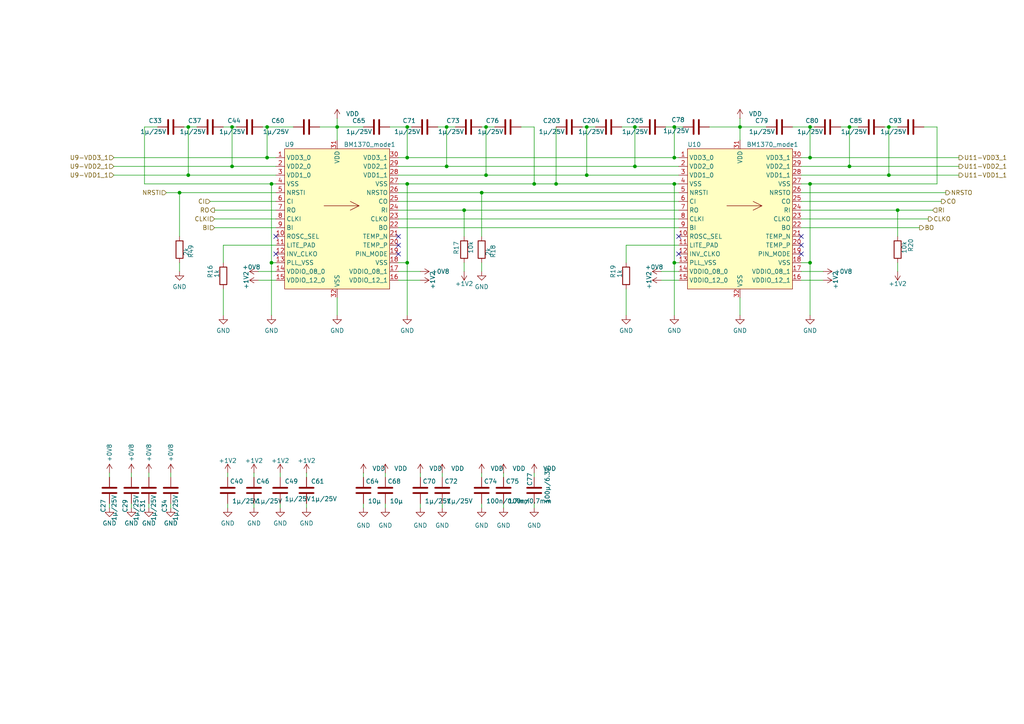
<source format=kicad_sch>
(kicad_sch (version 20231120) (generator "eeschema") (generator_version "8.0")
  (paper "A4")
  (lib_symbols
    (symbol "Device:C" (pin_numbers hide) (pin_names (offset 0.254))
      (property "Reference" "C" (at 0.635 2.54 0))
      (property "Value" "C" (at 0.635 -2.54 0))
      (symbol "C_0_1"
        (polyline (pts (xy -2.032 -0.762) (xy 2.032 -0.762)) (stroke (width 0.508)))
        (polyline (pts (xy -2.032 0.762) (xy 2.032 0.762)) (stroke (width 0.508)))
      )
      (symbol "C_1_1"
        (pin passive line (at 0 3.81 270) (length 2.794) (name "~") (number "1"))
        (pin passive line (at 0 -3.81 90) (length 2.794) (name "~") (number "2"))
      )
    )
    (symbol "Device:R" (pin_numbers hide) (pin_names (offset 0))
      (property "Reference" "R" (at 2.032 0 90))
      (property "Value" "R" (at 0 0 90))
      (symbol "R_0_1"
        (rectangle (start -1.016 -2.54) (end 1.016 2.54) (stroke (width 0.254)))
      )
      (symbol "R_1_1"
        (pin passive line (at 0 3.81 270) (length 1.27) (name "~") (number "1"))
        (pin passive line (at 0 -3.81 90) (length 1.27) (name "~") (number "2"))
      )
    )
    (symbol "GND_7" (power) (pin_names (offset 0))
      (property "Value" "GND_7" (at 0 -3.81 0))
      (symbol "GND_7_0_1"
        (polyline (pts (xy 0 0) (xy 0 -1.27) (xy 1.27 -1.27) (xy 0 -2.54) (xy -1.27 -1.27) (xy 0 -1.27)))
      )
      (symbol "GND_7_1_1"
        (pin power_in line (at 0 0 270) (length 0) hide (name "GND") (number "1"))
      )
    )
    (symbol "bitaxe:BM1370_mode1"
      (property "Reference" "U4" (at -15.24 21.59 0))
      (property "Value" "BM1370_mode1" (at 1.905 21.59 0))
      (symbol "BM1370_mode1_0_1"
        (rectangle (start -15.24 20.32) (end 15.24 -20.32) (fill (type background)))
        (polyline (pts (xy -3.81 3.81) (xy 6.35 3.81)))
        (polyline (pts (xy 3.81 2.54) (xy 6.35 3.81)))
        (polyline (pts (xy 3.81 5.08) (xy 6.35 3.81)))
      )
      (symbol "BM1370_mode1_1_1"
        (pin power_in line (at -17.78 17.78 0) (length 2.54) (name "VDD3_0") (number "1"))
        (pin unspecified line (at -17.78 -5.08 0) (length 2.54) (name "ROSC_SEL") (number "10"))
        (pin unspecified line (at -17.78 -7.62 0) (length 2.54) (name "LITE_PAD") (number "11"))
        (pin unspecified line (at -17.78 -10.16 0) (length 2.54) (name "INV_CLKO") (number "12"))
        (pin power_in line (at -17.78 -12.7 0) (length 2.54) (name "PLL_VSS") (number "13"))
        (pin power_in line (at -17.78 -15.24 0) (length 2.54) (name "VDDIO_08_0") (number "14"))
        (pin power_in line (at -17.78 -17.78 0) (length 2.54) (name "VDDIO_12_0") (number "15"))
        (pin power_in line (at 17.78 -17.78 180) (length 2.54) (name "VDDIO_12_1") (number "16"))
        (pin power_in line (at 17.78 -15.24 180) (length 2.54) (name "VDDIO_08_1") (number "17"))
        (pin power_in line (at 17.78 -12.7 180) (length 2.54) (name "VSS") (number "18"))
        (pin input line (at 17.78 -10.16 180) (length 2.54) (name "PIN_MODE") (number "19"))
        (pin power_in line (at -17.78 15.24 0) (length 2.54) (name "VDD2_0") (number "2"))
        (pin unspecified line (at 17.78 -7.62 180) (length 2.54) (name "TEMP_P") (number "20"))
        (pin unspecified line (at 17.78 -5.08 180) (length 2.54) (name "TEMP_N") (number "21"))
        (pin output line (at 17.78 -2.54 180) (length 2.54) (name "BO") (number "22"))
        (pin output line (at 17.78 0 180) (length 2.54) (name "CLKO") (number "23"))
        (pin input line (at 17.78 2.54 180) (length 2.54) (name "RI") (number "24"))
        (pin output line (at 17.78 5.08 180) (length 2.54) (name "CO") (number "25"))
        (pin output line (at 17.78 7.62 180) (length 2.54) (name "NRSTO") (number "26"))
        (pin power_in line (at 17.78 10.16 180) (length 2.54) (name "VSS") (number "27"))
        (pin power_in line (at 17.78 12.7 180) (length 2.54) (name "VDD1_1") (number "28"))
        (pin power_in line (at 17.78 15.24 180) (length 2.54) (name "VDD2_1") (number "29"))
        (pin power_in line (at -17.78 12.7 0) (length 2.54) (name "VDD1_0") (number "3"))
        (pin power_in line (at 17.78 17.78 180) (length 2.54) (name "VDD3_1") (number "30"))
        (pin power_in line (at 0 22.86 270) (length 2.54) (name "VDD") (number "31"))
        (pin power_in line (at 0 -22.86 90) (length 2.54) (name "VSS") (number "32"))
        (pin power_in line (at -17.78 10.16 0) (length 2.54) (name "VSS") (number "4"))
        (pin input line (at -17.78 7.62 0) (length 2.54) (name "NRSTI") (number "5"))
        (pin input line (at -17.78 5.08 0) (length 2.54) (name "CI") (number "6"))
        (pin output line (at -17.78 2.54 0) (length 2.54) (name "RO") (number "7"))
        (pin input line (at -17.78 0 0) (length 2.54) (name "CLKI") (number "8"))
        (pin input line (at -17.78 -2.54 0) (length 2.54) (name "BI") (number "9"))
      )
    )
    (symbol "mylib7:+0V8" (power) (exclude_from_sim yes) (in_bom no) (on_board no)
      (property "Value" "+0V8" (at 0 3.175 90))
      (symbol "+0V8_0_1"
        (polyline (pts (xy -0.762 1.27) (xy 0 2.54)))
        (polyline (pts (xy 0 0) (xy 0 2.54)))
        (polyline (pts (xy 0 2.54) (xy 0.762 1.27)))
      )
      (symbol "+0V8_1_1"
        (pin power_in line (at 0 0 90) (length 0) hide (name "+0V8") (number "1"))
      )
    )
    (symbol "power:+1V2" (power) (pin_numbers hide) (pin_names (offset 0) hide)
      (property "Value" "+1V2" (at 0 3.556 0))
      (symbol "+1V2_0_1"
        (polyline (pts (xy -0.762 1.27) (xy 0 2.54)))
        (polyline (pts (xy 0 0) (xy 0 2.54)))
        (polyline (pts (xy 0 2.54) (xy 0.762 1.27)))
      )
      (symbol "+1V2_1_1"
        (pin power_in line (at 0 0 90) (length 0) (name "~") (number "1"))
      )
    )
    (symbol "power:GND" (power) (pin_names (offset 0))
      (property "Value" "GND" (at 0 -3.81 0))
      (symbol "GND_0_1"
        (polyline (pts (xy 0 0) (xy 0 -1.27) (xy 1.27 -1.27) (xy 0 -2.54) (xy -1.27 -1.27) (xy 0 -1.27)))
      )
      (symbol "GND_1_1"
        (pin power_in line (at 0 0 270) (length 0) hide (name "GND") (number "1"))
      )
    )
    (symbol "power:VDD" (power) (pin_numbers hide) (pin_names (offset 0) hide)
      (property "Value" "VDD" (at 0 3.556 0))
      (symbol "VDD_0_1"
        (polyline (pts (xy -0.762 1.27) (xy 0 2.54)))
        (polyline (pts (xy 0 0) (xy 0 2.54)))
        (polyline (pts (xy 0 2.54) (xy 0.762 1.27)))
      )
      (symbol "VDD_1_1"
        (pin power_in line (at 0 0 90) (length 0) (name "~") (number "1"))
      )
    )
  )
  (junction (at 118.11 45.72))
  (junction (at 184.15 36.83))
  (junction (at 67.31 36.83))
  (junction (at 118.11 36.83))
  (junction (at 246.38 36.83))
  (junction (at 257.81 36.83))
  (junction (at 67.31 48.26))
  (junction (at 234.95 45.72))
  (junction (at 78.74 76.2))
  (junction (at 140.97 50.8))
  (junction (at 154.94 53.34))
  (junction (at 52.07 55.88))
  (junction (at 195.58 36.83))
  (junction (at 170.18 50.8))
  (junction (at 170.18 36.83))
  (junction (at 139.7 55.88))
  (junction (at 134.62 60.96))
  (junction (at 234.95 53.34))
  (junction (at 234.95 76.2))
  (junction (at 97.79 36.83))
  (junction (at 195.58 45.72))
  (junction (at 129.54 36.83))
  (junction (at 184.15 48.26))
  (junction (at 118.11 53.34))
  (junction (at 214.63 36.83))
  (junction (at 77.47 36.83))
  (junction (at 78.74 53.34))
  (junction (at 195.58 76.2))
  (junction (at 257.81 50.8))
  (junction (at 118.11 76.2))
  (junction (at 140.97 36.83))
  (junction (at 246.38 48.26))
  (junction (at 260.35 60.96))
  (junction (at 234.95 36.83))
  (junction (at 54.61 50.8))
  (junction (at 129.54 48.26))
  (junction (at 54.61 36.83))
  (junction (at 161.29 53.34))
  (junction (at 77.47 45.72))
  (junction (at 195.58 53.34))
  (no_connect (at 196.85 68.58))
  (no_connect (at 115.57 68.58))
  (no_connect (at 115.57 73.66))
  (no_connect (at 196.85 73.66))
  (no_connect (at 232.41 73.66))
  (no_connect (at 115.57 71.12))
  (no_connect (at 232.41 71.12))
  (no_connect (at 80.01 68.58))
  (no_connect (at 80.01 73.66))
  (no_connect (at 232.41 68.58))
  (wire (pts (xy 115.57 50.8) (xy 140.97 50.8)))
  (wire (pts (xy 139.7 146.05) (xy 139.7 147.32)))
  (wire (pts (xy 260.35 60.96) (xy 260.35 68.58)))
  (wire (pts (xy 271.78 53.34) (xy 271.78 36.83)))
  (wire (pts (xy 196.85 53.34) (xy 195.58 53.34)))
  (wire (pts (xy 170.18 50.8) (xy 196.85 50.8)))
  (wire (pts (xy 154.94 36.83) (xy 151.13 36.83)))
  (wire (pts (xy 234.95 53.34) (xy 234.95 76.2)))
  (wire (pts (xy 246.38 48.26) (xy 246.38 36.83)))
  (wire (pts (xy 74.93 81.28) (xy 80.01 81.28)))
  (wire (pts (xy 234.95 53.34) (xy 271.78 53.34)))
  (wire (pts (xy 170.18 36.83) (xy 170.18 50.8)))
  (wire (pts (xy 181.61 71.12) (xy 196.85 71.12)))
  (wire (pts (xy 214.63 34.29) (xy 214.63 36.83)))
  (wire (pts (xy 88.9 146.05) (xy 88.9 147.32)))
  (wire (pts (xy 121.92 146.05) (xy 121.92 147.32)))
  (wire (pts (xy 234.95 36.83) (xy 236.22 36.83)))
  (wire (pts (xy 191.77 81.28) (xy 196.85 81.28)))
  (wire (pts (xy 260.35 76.2) (xy 260.35 78.74)))
  (wire (pts (xy 232.41 53.34) (xy 234.95 53.34)))
  (wire (pts (xy 134.62 60.96) (xy 196.85 60.96)))
  (wire (pts (xy 97.79 34.29) (xy 97.79 36.83)))
  (wire (pts (xy 198.12 36.83) (xy 195.58 36.83)))
  (wire (pts (xy 181.61 83.82) (xy 181.61 91.44)))
  (wire (pts (xy 195.58 76.2) (xy 195.58 91.44)))
  (wire (pts (xy 88.9 138.43) (xy 88.9 137.16)))
  (wire (pts (xy 97.79 86.36) (xy 97.79 91.44)))
  (wire (pts (xy 33.02 45.72) (xy 77.47 45.72)))
  (wire (pts (xy 161.29 53.34) (xy 195.58 53.34)))
  (wire (pts (xy 154.94 53.34) (xy 154.94 36.83)))
  (wire (pts (xy 139.7 36.83) (xy 140.97 36.83)))
  (wire (pts (xy 118.11 53.34) (xy 154.94 53.34)))
  (wire (pts (xy 154.94 53.34) (xy 161.29 53.34)))
  (wire (pts (xy 118.11 76.2) (xy 118.11 91.44)))
  (wire (pts (xy 43.18 137.16) (xy 43.18 138.43)))
  (wire (pts (xy 78.74 76.2) (xy 78.74 91.44)))
  (wire (pts (xy 77.47 36.83) (xy 85.09 36.83)))
  (wire (pts (xy 78.74 53.34) (xy 78.74 76.2)))
  (wire (pts (xy 78.74 53.34) (xy 41.91 53.34)))
  (wire (pts (xy 128.27 146.05) (xy 128.27 147.32)))
  (wire (pts (xy 49.53 137.16) (xy 49.53 138.43)))
  (wire (pts (xy 64.77 71.12) (xy 64.77 76.2)))
  (wire (pts (xy 67.31 36.83) (xy 68.58 36.83)))
  (wire (pts (xy 115.57 66.04) (xy 196.85 66.04)))
  (wire (pts (xy 128.27 137.16) (xy 128.27 138.43)))
  (wire (pts (xy 73.66 137.16) (xy 73.66 138.43)))
  (wire (pts (xy 134.62 60.96) (xy 134.62 68.58)))
  (wire (pts (xy 191.77 78.74) (xy 196.85 78.74)))
  (wire (pts (xy 97.79 36.83) (xy 97.79 40.64)))
  (wire (pts (xy 271.78 36.83) (xy 267.97 36.83)))
  (wire (pts (xy 113.03 36.83) (xy 118.11 36.83)))
  (wire (pts (xy 115.57 45.72) (xy 118.11 45.72)))
  (wire (pts (xy 234.95 45.72) (xy 234.95 36.83)))
  (wire (pts (xy 31.75 137.16) (xy 31.75 138.43)))
  (wire (pts (xy 41.91 53.34) (xy 41.91 36.83)))
  (wire (pts (xy 111.76 146.05) (xy 111.76 147.32)))
  (wire (pts (xy 154.94 137.16) (xy 154.94 138.43)))
  (wire (pts (xy 140.97 50.8) (xy 170.18 50.8)))
  (wire (pts (xy 81.28 138.43) (xy 81.28 137.16)))
  (wire (pts (xy 129.54 48.26) (xy 129.54 36.83)))
  (wire (pts (xy 54.61 36.83) (xy 57.15 36.83)))
  (wire (pts (xy 115.57 78.74) (xy 121.92 78.74)))
  (wire (pts (xy 232.41 76.2) (xy 234.95 76.2)))
  (wire (pts (xy 31.75 146.05) (xy 31.75 147.32)))
  (wire (pts (xy 184.15 36.83) (xy 184.15 48.26)))
  (wire (pts (xy 129.54 48.26) (xy 184.15 48.26)))
  (wire (pts (xy 64.77 71.12) (xy 80.01 71.12)))
  (wire (pts (xy 232.41 55.88) (xy 274.32 55.88)))
  (wire (pts (xy 269.24 63.5) (xy 232.41 63.5)))
  (wire (pts (xy 38.1 146.05) (xy 38.1 147.32)))
  (wire (pts (xy 52.07 76.2) (xy 52.07 78.74)))
  (wire (pts (xy 115.57 53.34) (xy 118.11 53.34)))
  (wire (pts (xy 54.61 50.8) (xy 54.61 36.83)))
  (wire (pts (xy 115.57 81.28) (xy 121.92 81.28)))
  (wire (pts (xy 38.1 137.16) (xy 38.1 138.43)))
  (wire (pts (xy 257.81 36.83) (xy 260.35 36.83)))
  (wire (pts (xy 181.61 71.12) (xy 181.61 76.2)))
  (wire (pts (xy 161.29 36.83) (xy 161.29 53.34)))
  (wire (pts (xy 77.47 45.72) (xy 80.01 45.72)))
  (wire (pts (xy 195.58 76.2) (xy 196.85 76.2)))
  (wire (pts (xy 256.54 36.83) (xy 257.81 36.83)))
  (wire (pts (xy 232.41 81.28) (xy 238.76 81.28)))
  (wire (pts (xy 180.34 36.83) (xy 184.15 36.83)))
  (wire (pts (xy 33.02 50.8) (xy 54.61 50.8)))
  (wire (pts (xy 232.41 66.04) (xy 266.7 66.04)))
  (wire (pts (xy 146.05 137.16) (xy 146.05 138.43)))
  (wire (pts (xy 64.77 83.82) (xy 64.77 91.44)))
  (wire (pts (xy 214.63 36.83) (xy 222.25 36.83)))
  (wire (pts (xy 62.23 63.5) (xy 80.01 63.5)))
  (wire (pts (xy 195.58 45.72) (xy 196.85 45.72)))
  (wire (pts (xy 140.97 36.83) (xy 143.51 36.83)))
  (wire (pts (xy 41.91 36.83) (xy 45.72 36.83)))
  (wire (pts (xy 195.58 53.34) (xy 195.58 76.2)))
  (wire (pts (xy 115.57 58.42) (xy 196.85 58.42)))
  (wire (pts (xy 127 36.83) (xy 129.54 36.83)))
  (wire (pts (xy 232.41 48.26) (xy 246.38 48.26)))
  (wire (pts (xy 67.31 48.26) (xy 67.31 36.83)))
  (wire (pts (xy 115.57 48.26) (xy 129.54 48.26)))
  (wire (pts (xy 168.91 36.83) (xy 170.18 36.83)))
  (wire (pts (xy 115.57 60.96) (xy 134.62 60.96)))
  (wire (pts (xy 246.38 48.26) (xy 278.13 48.26)))
  (wire (pts (xy 139.7 76.2) (xy 139.7 78.74)))
  (wire (pts (xy 74.93 78.74) (xy 80.01 78.74)))
  (wire (pts (xy 43.18 146.05) (xy 43.18 147.32)))
  (wire (pts (xy 232.41 45.72) (xy 234.95 45.72)))
  (wire (pts (xy 205.74 36.83) (xy 214.63 36.83)))
  (wire (pts (xy 111.76 137.16) (xy 111.76 138.43)))
  (wire (pts (xy 62.23 66.04) (xy 80.01 66.04)))
  (wire (pts (xy 118.11 36.83) (xy 119.38 36.83)))
  (wire (pts (xy 64.77 36.83) (xy 67.31 36.83)))
  (wire (pts (xy 118.11 45.72) (xy 195.58 45.72)))
  (wire (pts (xy 214.63 86.36) (xy 214.63 91.44)))
  (wire (pts (xy 195.58 36.83) (xy 195.58 45.72)))
  (wire (pts (xy 170.18 36.83) (xy 172.72 36.83)))
  (wire (pts (xy 105.41 137.16) (xy 105.41 138.43)))
  (wire (pts (xy 67.31 48.26) (xy 80.01 48.26)))
  (wire (pts (xy 232.41 78.74) (xy 238.76 78.74)))
  (wire (pts (xy 92.71 36.83) (xy 97.79 36.83)))
  (wire (pts (xy 115.57 63.5) (xy 196.85 63.5)))
  (wire (pts (xy 62.23 60.96) (xy 80.01 60.96)))
  (wire (pts (xy 105.41 146.05) (xy 105.41 147.32)))
  (wire (pts (xy 140.97 50.8) (xy 140.97 36.83)))
  (wire (pts (xy 229.87 36.83) (xy 234.95 36.83)))
  (wire (pts (xy 73.66 146.05) (xy 73.66 147.32)))
  (wire (pts (xy 243.84 36.83) (xy 246.38 36.83)))
  (wire (pts (xy 134.62 76.2) (xy 134.62 78.74)))
  (wire (pts (xy 139.7 55.88) (xy 196.85 55.88)))
  (wire (pts (xy 234.95 76.2) (xy 234.95 91.44)))
  (wire (pts (xy 129.54 36.83) (xy 132.08 36.83)))
  (wire (pts (xy 33.02 48.26) (xy 67.31 48.26)))
  (wire (pts (xy 257.81 50.8) (xy 278.13 50.8)))
  (wire (pts (xy 53.34 36.83) (xy 54.61 36.83)))
  (wire (pts (xy 49.53 146.05) (xy 49.53 147.32)))
  (wire (pts (xy 214.63 36.83) (xy 214.63 40.64)))
  (wire (pts (xy 139.7 55.88) (xy 139.7 68.58)))
  (wire (pts (xy 78.74 76.2) (xy 80.01 76.2)))
  (wire (pts (xy 52.07 55.88) (xy 52.07 68.58)))
  (wire (pts (xy 118.11 45.72) (xy 118.11 36.83)))
  (wire (pts (xy 232.41 60.96) (xy 260.35 60.96)))
  (wire (pts (xy 52.07 55.88) (xy 80.01 55.88)))
  (wire (pts (xy 54.61 50.8) (xy 80.01 50.8)))
  (wire (pts (xy 273.05 58.42) (xy 232.41 58.42)))
  (wire (pts (xy 66.04 146.05) (xy 66.04 147.32)))
  (wire (pts (xy 115.57 55.88) (xy 139.7 55.88)))
  (wire (pts (xy 184.15 36.83) (xy 185.42 36.83)))
  (wire (pts (xy 81.28 146.05) (xy 81.28 147.32)))
  (wire (pts (xy 257.81 50.8) (xy 257.81 36.83)))
  (wire (pts (xy 60.96 58.42) (xy 80.01 58.42)))
  (wire (pts (xy 139.7 137.16) (xy 139.7 138.43)))
  (wire (pts (xy 76.2 36.83) (xy 77.47 36.83)))
  (wire (pts (xy 115.57 76.2) (xy 118.11 76.2)))
  (wire (pts (xy 193.04 36.83) (xy 195.58 36.83)))
  (wire (pts (xy 121.92 137.16) (xy 121.92 138.43)))
  (wire (pts (xy 146.05 146.05) (xy 146.05 147.32)))
  (wire (pts (xy 232.41 50.8) (xy 257.81 50.8)))
  (wire (pts (xy 118.11 53.34) (xy 118.11 76.2)))
  (wire (pts (xy 184.15 48.26) (xy 196.85 48.26)))
  (wire (pts (xy 246.38 36.83) (xy 248.92 36.83)))
  (wire (pts (xy 260.35 60.96) (xy 270.51 60.96)))
  (wire (pts (xy 97.79 36.83) (xy 105.41 36.83)))
  (wire (pts (xy 66.04 137.16) (xy 66.04 138.43)))
  (wire (pts (xy 77.47 36.83) (xy 77.47 45.72)))
  (wire (pts (xy 80.01 53.34) (xy 78.74 53.34)))
  (wire (pts (xy 234.95 45.72) (xy 278.13 45.72)))
  (wire (pts (xy 48.26 55.88) (xy 52.07 55.88)))
  (wire (pts (xy 154.94 146.05) (xy 154.94 147.32)))
  (hierarchical_label "U11-VDD1_1" (shape output) (at 278.13 50.8 0))
  (hierarchical_label "U9-VDD1_1" (shape input) (at 33.02 50.8 180))
  (hierarchical_label "U9-VDD2_1" (shape input) (at 33.02 48.26 180))
  (hierarchical_label "NRSTO" (shape output) (at 274.32 55.88 0))
  (hierarchical_label "RI" (shape input) (at 270.51 60.96 0))
  (hierarchical_label "U11-VDD3_1" (shape output) (at 278.13 45.72 0))
  (hierarchical_label "BI" (shape input) (at 62.23 66.04 180))
  (hierarchical_label "CLKO" (shape output) (at 269.24 63.5 0))
  (hierarchical_label "CI" (shape input) (at 60.96 58.42 180))
  (hierarchical_label "U11-VDD2_1" (shape output) (at 278.13 48.26 0))
  (hierarchical_label "BO" (shape output) (at 266.7 66.04 0))
  (hierarchical_label "CO" (shape output) (at 273.05 58.42 0))
  (hierarchical_label "RO" (shape output) (at 62.23 60.96 180))
  (hierarchical_label "NRSTI" (shape input) (at 48.26 55.88 180))
  (hierarchical_label "U9-VDD3_1" (shape input) (at 33.02 45.72 180))
  (hierarchical_label "CLKI" (shape input) (at 62.23 63.5 180))
  (symbol (lib_id "power:VDD") (at 139.7 137.16 0) (unit 1)
    (property "Reference" "#PWR0129" (effects (hide yes)))
    (property "Value" "VDD" (at 142.24 135.8899 0) (effects (justify left)))
    (property "Description" "Power symbol creates a global label with name \"VDD\"" (effects (hide yes)))
  )
  (symbol (lib_id "Device:C") (at 123.19 36.83 90) (unit 1)
    (property "Reference" "C71" (at 120.65 34.29 90) (effects (justify left bottom)))
    (property "Value" "1µ/25V" (at 121.92 37.465 90) (effects (justify left bottom)))
    (property "Footprint" "Capacitor_SMD:C_0805_2012Metric" (effects (hide yes)))
    (property "Description" "CAP CER 1UF 25V X7R 0805" (effects (hide yes)))
    (property "Distributor" "D" (effects (hide yes)))
    (property "Manufacturer" "CL21B105KAFNNNE" (effects (hide yes)))
    (property "OrderNr" "1276-1066-1-ND" (effects (hide yes)))
  )
  (symbol (lib_id "power:GND") (at 64.77 91.44 0) (mirror y) (unit 1)
    (property "Reference" "#PWR065" (effects (hide yes)))
    (property "Value" "GND" (at 64.77 95.885 0))
  )
  (symbol (lib_id "Device:C") (at 121.92 142.24 0) (unit 1)
    (property "Reference" "C70" (at 122.555 140.335 0) (effects (justify left bottom)))
    (property "Value" "1µ/25V" (at 123.19 146.05 0) (effects (justify left bottom)))
    (property "Footprint" "Capacitor_SMD:C_0805_2012Metric" (effects (hide yes)))
    (property "Description" "CAP CER 1UF 25V X7R 0805" (effects (hide yes)))
    (property "Distributor" "D" (effects (hide yes)))
    (property "Manufacturer" "CL21B105KAFNNNE" (effects (hide yes)))
    (property "OrderNr" "1276-1066-1-ND" (effects (hide yes)))
  )
  (symbol (lib_id "power:+1V2") (at 88.9 137.16 0) (unit 1)
    (property "Reference" "#PWR080" (effects (hide yes)))
    (property "Value" "+1V2" (at 88.9 133.604 0))
    (property "Description" "Power symbol creates a global label with name \"+1V2\"" (effects (hide yes)))
  )
  (symbol (lib_id "power:+1V2") (at 81.28 137.16 0) (unit 1)
    (property "Reference" "#PWR078" (effects (hide yes)))
    (property "Value" "+1V2" (at 81.28 133.604 0))
    (property "Description" "Power symbol creates a global label with name \"+1V2\"" (effects (hide yes)))
  )
  (symbol (lib_id "Device:C") (at 165.1 36.83 90) (unit 1)
    (property "Reference" "C203" (at 162.56 34.29 90) (effects (justify left bottom)))
    (property "Value" "1µ/25V" (at 163.83 37.465 90) (effects (justify left bottom)))
    (property "Footprint" "Capacitor_SMD:C_0805_2012Metric" (effects (hide yes)))
    (property "Description" "CAP CER 1UF 25V X7R 0805" (effects (hide yes)))
    (property "Distributor" "D" (effects (hide yes)))
    (property "Manufacturer" "CL21B105KAFNNNE" (effects (hide yes)))
    (property "OrderNr" "1276-1066-1-ND" (effects (hide yes)))
  )
  (symbol (lib_id "Device:C") (at 264.16 36.83 90) (unit 1)
    (property "Reference" "C93" (at 261.62 34.29 90) (effects (justify left bottom)))
    (property "Value" "1µ/25V" (at 262.89 37.465 90) (effects (justify left bottom)))
    (property "Footprint" "Capacitor_SMD:C_0805_2012Metric" (effects (hide yes)))
    (property "Description" "CAP CER 1UF 25V X7R 0805" (effects (hide yes)))
    (property "Distributor" "D" (effects (hide yes)))
    (property "Manufacturer" "CL21B105KAFNNNE" (effects (hide yes)))
    (property "OrderNr" "1276-1066-1-ND" (effects (hide yes)))
  )
  (symbol (lib_id "power:GND") (at 139.7 78.74 0) (mirror y) (unit 1)
    (property "Reference" "#PWR0128" (effects (hide yes)))
    (property "Value" "GND" (at 139.7 83.185 0))
  )
  (symbol (lib_id "power:+1V2") (at 134.62 78.74 180) (unit 1)
    (property "Reference" "#PWR0127" (effects (hide yes)))
    (property "Value" "+1V2" (at 134.62 82.296 0))
    (property "Description" "Power symbol creates a global label with name \"+1V2\"" (effects (hide yes)))
  )
  (symbol (lib_id "bitaxe:BM1370_mode1") (at 97.79 63.5 0) (unit 1)
    (property "Reference" "U9" (at 82.55 41.91 0) (effects (justify left)))
    (property "Value" "BM1370_mode1" (at 99.695 41.91 0) (effects (justify left)))
    (property "Footprint" "Nerd8:BM1370" (effects (hide yes)))
    (property "Manufacturer" "BM1370 BITMAIN" (effects (hide yes)))
    (property "OrderNr" "-" (effects (hide yes)))
  )
  (symbol (lib_id "Device:C") (at 66.04 142.24 0) (unit 1)
    (property "Reference" "C40" (at 66.675 140.335 0) (effects (justify left bottom)))
    (property "Value" "1µ/25V" (at 67.31 146.05 0) (effects (justify left bottom)))
    (property "Footprint" "Capacitor_SMD:C_0805_2012Metric" (effects (hide yes)))
    (property "Description" "CAP CER 1UF 25V X7R 0805" (effects (hide yes)))
    (property "Distributor" "D" (effects (hide yes)))
    (property "Manufacturer" "CL21B105KAFNNNE" (effects (hide yes)))
    (property "OrderNr" "1276-1066-1-ND" (effects (hide yes)))
  )
  (symbol (lib_id "power:+1V2") (at 73.66 137.16 0) (unit 1)
    (property "Reference" "#PWR069" (effects (hide yes)))
    (property "Value" "+1V2" (at 73.66 133.604 0))
    (property "Description" "Power symbol creates a global label with name \"+1V2\"" (effects (hide yes)))
  )
  (symbol (lib_id "mylib7:+0V8") (at 38.1 137.16 0) (unit 1)
    (property "Reference" "#U07" (effects (hide yes)))
    (property "Value" "+0V8" (at 38.1 133.985 90) (effects (justify left)))
    (property "Distributor" "-" (effects (hide yes)))
  )
  (symbol (lib_id "Device:C") (at 88.9 142.24 0) (unit 1)
    (property "Reference" "C61" (at 90.17 140.335 0) (effects (justify left bottom)))
    (property "Value" "1µ/25V" (at 90.17 145.415 0) (effects (justify left bottom)))
    (property "Footprint" "Capacitor_SMD:C_0805_2012Metric" (effects (hide yes)))
    (property "Description" "CAP CER 1UF 25V X7R 0805" (effects (hide yes)))
    (property "Distributor" "D" (effects (hide yes)))
    (property "Manufacturer" "CL21B105KAFNNNE" (effects (hide yes)))
    (property "OrderNr" "1276-1066-1-ND" (effects (hide yes)))
  )
  (symbol (lib_id "power:VDD") (at 214.63 34.29 0) (unit 1)
    (property "Reference" "#PWR0138" (effects (hide yes)))
    (property "Value" "VDD" (at 217.17 33.0199 0) (effects (justify left)))
    (property "Description" "Power symbol creates a global label with name \"VDD\"" (effects (hide yes)))
  )
  (symbol (lib_id "power:VDD") (at 128.27 137.16 0) (unit 1)
    (property "Reference" "#PWR0116" (effects (hide yes)))
    (property "Value" "VDD" (at 130.81 135.8899 0) (effects (justify left)))
    (property "Description" "Power symbol creates a global label with name \"VDD\"" (effects (hide yes)))
  )
  (symbol (lib_id "Device:C") (at 109.22 36.83 90) (unit 1)
    (property "Reference" "C65" (at 106.045 34.29 90) (effects (justify left bottom)))
    (property "Value" "1µ/25V" (at 107.95 37.465 90) (effects (justify left bottom)))
    (property "Footprint" "Capacitor_SMD:C_0805_2012Metric" (effects (hide yes)))
    (property "Description" "CAP CER 1UF 25V X7R 0805" (effects (hide yes)))
    (property "Distributor" "D" (effects (hide yes)))
    (property "Manufacturer" "CL21B105KAFNNNE" (effects (hide yes)))
    (property "OrderNr" "1276-1066-1-ND" (effects (hide yes)))
  )
  (symbol (lib_id "power:+1V2") (at 121.92 81.28 270) (unit 1)
    (property "Reference" "#PWR0113" (effects (hide yes)))
    (property "Value" "+1V2" (at 125.476 81.28 0))
    (property "Description" "Power symbol creates a global label with name \"+1V2\"" (effects (hide yes)))
  )
  (symbol (lib_id "power:GND") (at 195.58 91.44 0) (mirror y) (unit 1)
    (property "Reference" "#PWR0137" (effects (hide yes)))
    (property "Value" "GND" (at 195.58 95.885 0))
  )
  (symbol (lib_id "Device:R") (at 260.35 72.39 0) (unit 1)
    (property "Reference" "R20" (at 264.16 71.12 90))
    (property "Value" "10k" (at 262.255 71.755 90))
    (property "Footprint" "Resistor_SMD:R_0805_2012Metric" (effects (hide yes)))
    (property "Description" "RES 10K OHM 1% 1/8W 0805" (effects (hide yes)))
    (property "Distributor" "D" (effects (hide yes)))
    (property "Manufacturer" "RMCF0805FT10K0" (effects (hide yes)))
    (property "OrderNr" "RMCF0805FT10K0CT-ND" (effects (hide yes)))
  )
  (symbol (lib_name "GND_7") (lib_id "power:GND") (at 121.92 147.32 0) (unit 1)
    (property "Reference" "#PWR0115" (effects (hide yes)))
    (property "Value" "GND" (at 121.92 152.4 0))
  )
  (symbol (lib_id "power:GND") (at 78.74 91.44 0) (mirror y) (unit 1)
    (property "Reference" "#PWR074" (effects (hide yes)))
    (property "Value" "GND" (at 78.74 95.885 0))
  )
  (symbol (lib_id "Device:C") (at 240.03 36.83 90) (unit 1)
    (property "Reference" "C80" (at 237.49 34.29 90) (effects (justify left bottom)))
    (property "Value" "1µ/25V" (at 238.76 37.465 90) (effects (justify left bottom)))
    (property "Footprint" "Capacitor_SMD:C_0805_2012Metric" (effects (hide yes)))
    (property "Description" "CAP CER 1UF 25V X7R 0805" (effects (hide yes)))
    (property "Distributor" "D" (effects (hide yes)))
    (property "Manufacturer" "CL21B105KAFNNNE" (effects (hide yes)))
    (property "OrderNr" "1276-1066-1-ND" (effects (hide yes)))
  )
  (symbol (lib_id "mylib7:+0V8") (at 74.93 78.74 90) (unit 1)
    (property "Reference" "#U014" (effects (hide yes)))
    (property "Value" "+0V8" (at 75.565 77.47 90) (effects (justify left)))
    (property "Distributor" "-" (effects (hide yes)))
  )
  (symbol (lib_id "power:+1V2") (at 74.93 81.28 90) (unit 1)
    (property "Reference" "#PWR071" (effects (hide yes)))
    (property "Value" "+1V2" (at 71.374 81.28 0))
    (property "Description" "Power symbol creates a global label with name \"+1V2\"" (effects (hide yes)))
  )
  (symbol (lib_id "power:VDD") (at 105.41 137.16 0) (unit 1)
    (property "Reference" "#PWR0104" (effects (hide yes)))
    (property "Value" "VDD" (at 107.95 135.8899 0) (effects (justify left)))
    (property "Description" "Power symbol creates a global label with name \"VDD\"" (effects (hide yes)))
  )
  (symbol (lib_id "power:GND") (at 43.18 147.32 0) (mirror y) (unit 1)
    (property "Reference" "#PWR062" (effects (hide yes)))
    (property "Value" "GND" (at 43.18 151.765 0))
  )
  (symbol (lib_id "Device:C") (at 73.66 142.24 0) (unit 1)
    (property "Reference" "C46" (at 74.295 140.335 0) (effects (justify left bottom)))
    (property "Value" "1µ/25V" (at 74.295 146.05 0) (effects (justify left bottom)))
    (property "Footprint" "Capacitor_SMD:C_0805_2012Metric" (effects (hide yes)))
    (property "Description" "CAP CER 1UF 25V X7R 0805" (effects (hide yes)))
    (property "Distributor" "D" (effects (hide yes)))
    (property "Manufacturer" "CL21B105KAFNNNE" (effects (hide yes)))
    (property "OrderNr" "1276-1066-1-ND" (effects (hide yes)))
  )
  (symbol (lib_id "power:VDD") (at 121.92 137.16 0) (unit 1)
    (property "Reference" "#PWR0114" (effects (hide yes)))
    (property "Value" "VDD" (at 124.46 135.8899 0) (effects (justify left)))
    (property "Description" "Power symbol creates a global label with name \"VDD\"" (effects (hide yes)))
  )
  (symbol (lib_id "power:GND") (at 73.66 147.32 0) (mirror y) (unit 1)
    (property "Reference" "#PWR070" (effects (hide yes)))
    (property "Value" "GND" (at 73.66 151.765 0))
  )
  (symbol (lib_id "power:VDD") (at 154.94 137.16 0) (unit 1)
    (property "Reference" "#PWR0134" (effects (hide yes)))
    (property "Value" "VDD" (at 157.48 135.8899 0) (effects (justify left)))
    (property "Description" "Power symbol creates a global label with name \"VDD\"" (effects (hide yes)))
  )
  (symbol (lib_id "Device:C") (at 176.53 36.83 90) (unit 1)
    (property "Reference" "C204" (at 173.99 34.29 90) (effects (justify left bottom)))
    (property "Value" "1µ/25V" (at 175.26 37.465 90) (effects (justify left bottom)))
    (property "Footprint" "Capacitor_SMD:C_0805_2012Metric" (effects (hide yes)))
    (property "Description" "CAP CER 1UF 25V X7R 0805" (effects (hide yes)))
    (property "Distributor" "D" (effects (hide yes)))
    (property "Manufacturer" "CL21B105KAFNNNE" (effects (hide yes)))
    (property "OrderNr" "1276-1066-1-ND" (effects (hide yes)))
  )
  (symbol (lib_id "power:VDD") (at 97.79 34.29 0) (unit 1)
    (property "Reference" "#PWR086" (effects (hide yes)))
    (property "Value" "VDD" (at 100.33 33.0199 0) (effects (justify left)))
    (property "Description" "Power symbol creates a global label with name \"VDD\"" (effects (hide yes)))
  )
  (symbol (lib_name "GND_7") (lib_id "power:GND") (at 105.41 147.32 0) (unit 1)
    (property "Reference" "#PWR0105" (effects (hide yes)))
    (property "Value" "GND" (at 105.41 152.4 0))
  )
  (symbol (lib_id "Device:C") (at 135.89 36.83 90) (unit 1)
    (property "Reference" "C73" (at 133.35 34.29 90) (effects (justify left bottom)))
    (property "Value" "1µ/25V" (at 134.62 37.465 90) (effects (justify left bottom)))
    (property "Footprint" "Capacitor_SMD:C_0805_2012Metric" (effects (hide yes)))
    (property "Description" "CAP CER 1UF 25V X7R 0805" (effects (hide yes)))
    (property "Distributor" "D" (effects (hide yes)))
    (property "Manufacturer" "CL21B105KAFNNNE" (effects (hide yes)))
    (property "OrderNr" "1276-1066-1-ND" (effects (hide yes)))
  )
  (symbol (lib_id "Device:R") (at 52.07 72.39 0) (mirror x) (unit 1)
    (property "Reference" "R49" (at 55.372 72.898 90))
    (property "Value" "2k" (at 53.975 73.025 90))
    (property "Footprint" "Resistor_SMD:R_0805_2012Metric" (effects (hide yes)))
    (property "Description" "RES SMD 2K OHM 1% 1/8W 0805" (effects (hide yes)))
    (property "Distributor" "D" (effects (hide yes)))
    (property "Manufacturer" "CRG0805F2K0" (effects (hide yes)))
    (property "OrderNr" "A126358CT-ND" (effects (hide yes)))
  )
  (symbol (lib_name "GND_7") (lib_id "power:GND") (at 146.05 147.32 0) (unit 1)
    (property "Reference" "#PWR0133" (effects (hide yes)))
    (property "Value" "GND" (at 146.05 152.4 0))
  )
  (symbol (lib_id "Device:C") (at 189.23 36.83 90) (unit 1)
    (property "Reference" "C205" (at 186.69 34.29 90) (effects (justify left bottom)))
    (property "Value" "1µ/25V" (at 187.96 37.465 90) (effects (justify left bottom)))
    (property "Footprint" "Capacitor_SMD:C_0805_2012Metric" (effects (hide yes)))
    (property "Description" "CAP CER 1UF 25V X7R 0805" (effects (hide yes)))
    (property "Distributor" "D" (effects (hide yes)))
    (property "Manufacturer" "CL21B105KAFNNNE" (effects (hide yes)))
    (property "OrderNr" "1276-1066-1-ND" (effects (hide yes)))
  )
  (symbol (lib_id "power:GND") (at 81.28 147.32 0) (mirror y) (unit 1)
    (property "Reference" "#PWR079" (effects (hide yes)))
    (property "Value" "GND" (at 81.28 151.765 0))
  )
  (symbol (lib_id "Device:C") (at 43.18 142.24 180) (unit 1)
    (property "Reference" "C31" (at 40.64 144.78 90) (effects (justify left bottom)))
    (property "Value" "1µ/25V" (at 43.815 143.51 90) (effects (justify left bottom)))
    (property "Footprint" "Capacitor_SMD:C_0805_2012Metric" (effects (hide yes)))
    (property "Description" "CAP CER 1UF 25V X7R 0805" (effects (hide yes)))
    (property "Distributor" "D" (effects (hide yes)))
    (property "Manufacturer" "CL21B105KAFNNNE" (effects (hide yes)))
    (property "OrderNr" "1276-1066-1-ND" (effects (hide yes)))
  )
  (symbol (lib_id "Device:C") (at 49.53 36.83 90) (unit 1)
    (property "Reference" "C33" (at 46.99 34.29 90) (effects (justify left bottom)))
    (property "Value" "1µ/25V" (at 48.26 37.465 90) (effects (justify left bottom)))
    (property "Footprint" "Capacitor_SMD:C_0805_2012Metric" (effects (hide yes)))
    (property "Description" "CAP CER 1UF 25V X7R 0805" (effects (hide yes)))
    (property "Distributor" "D" (effects (hide yes)))
    (property "Manufacturer" "CL21B105KAFNNNE" (effects (hide yes)))
    (property "OrderNr" "1276-1066-1-ND" (effects (hide yes)))
  )
  (symbol (lib_id "mylib7:+0V8") (at 191.77 78.74 90) (unit 1)
    (property "Reference" "#U016" (effects (hide yes)))
    (property "Value" "+0V8" (at 192.405 77.47 90) (effects (justify left)))
    (property "Distributor" "-" (effects (hide yes)))
  )
  (symbol (lib_id "power:+1V2") (at 260.35 78.74 180) (unit 1)
    (property "Reference" "#PWR0158" (effects (hide yes)))
    (property "Value" "+1V2" (at 260.35 82.296 0))
    (property "Description" "Power symbol creates a global label with name \"+1V2\"" (effects (hide yes)))
  )
  (symbol (lib_id "Device:C") (at 111.76 142.24 0) (unit 1)
    (property "Reference" "C68" (at 112.395 140.335 0) (effects (justify left bottom)))
    (property "Value" "10µ" (at 113.03 146.05 0) (effects (justify left bottom)))
    (property "Footprint" "Capacitor_SMD:C_0805_2012Metric" (effects (hide yes)))
    (property "Description" "CAP CER 10UF 25V X5R 0805" (effects (hide yes)))
    (property "Distributor" "D" (effects (hide yes)))
    (property "Manufacturer" "C2012X5R1E106K125AB" (effects (hide yes)))
    (property "OrderNr" "445-5984-1-ND" (effects (hide yes)))
  )
  (symbol (lib_id "power:+1V2") (at 191.77 81.28 90) (unit 1)
    (property "Reference" "#PWR0136" (effects (hide yes)))
    (property "Value" "+1V2" (at 188.214 81.28 0))
    (property "Description" "Power symbol creates a global label with name \"+1V2\"" (effects (hide yes)))
  )
  (symbol (lib_id "mylib7:+0V8") (at 43.18 137.16 0) (unit 1)
    (property "Reference" "#U08" (effects (hide yes)))
    (property "Value" "+0V8" (at 43.18 133.985 90) (effects (justify left)))
    (property "Distributor" "-" (effects (hide yes)))
  )
  (symbol (lib_id "Device:C") (at 201.93 36.83 90) (unit 1)
    (property "Reference" "C78" (at 198.628 34.036 90) (effects (justify left bottom)))
    (property "Value" "1µ/25V" (at 199.898 37.211 90) (effects (justify left bottom)))
    (property "Footprint" "Capacitor_SMD:C_0805_2012Metric" (effects (hide yes)))
    (property "Description" "CAP CER 1UF 25V X7R 0805" (effects (hide yes)))
    (property "Distributor" "D" (effects (hide yes)))
    (property "Manufacturer" "CL21B105KAFNNNE" (effects (hide yes)))
    (property "OrderNr" "1276-1066-1-ND" (effects (hide yes)))
  )
  (symbol (lib_id "Device:C") (at 60.96 36.83 90) (unit 1)
    (property "Reference" "C37" (at 58.42 34.29 90) (effects (justify left bottom)))
    (property "Value" "1µ/25V" (at 59.69 37.465 90) (effects (justify left bottom)))
    (property "Footprint" "Capacitor_SMD:C_0805_2012Metric" (effects (hide yes)))
    (property "Description" "CAP CER 1UF 25V X7R 0805" (effects (hide yes)))
    (property "Distributor" "D" (effects (hide yes)))
    (property "Manufacturer" "CL21B105KAFNNNE" (effects (hide yes)))
    (property "OrderNr" "1276-1066-1-ND" (effects (hide yes)))
  )
  (symbol (lib_id "Device:C") (at 147.32 36.83 90) (unit 1)
    (property "Reference" "C76" (at 144.78 34.29 90) (effects (justify left bottom)))
    (property "Value" "1µ/25V" (at 146.05 37.465 90) (effects (justify left bottom)))
    (property "Footprint" "Capacitor_SMD:C_0805_2012Metric" (effects (hide yes)))
    (property "Description" "CAP CER 1UF 25V X7R 0805" (effects (hide yes)))
    (property "Distributor" "D" (effects (hide yes)))
    (property "Manufacturer" "CL21B105KAFNNNE" (effects (hide yes)))
    (property "OrderNr" "1276-1066-1-ND" (effects (hide yes)))
  )
  (symbol (lib_id "power:GND") (at 31.75 147.32 0) (mirror y) (unit 1)
    (property "Reference" "#PWR057" (effects (hide yes)))
    (property "Value" "GND" (at 31.75 151.765 0))
  )
  (symbol (lib_name "GND_7") (lib_id "power:GND") (at 128.27 147.32 0) (unit 1)
    (property "Reference" "#PWR0126" (effects (hide yes)))
    (property "Value" "GND" (at 128.27 152.4 0))
  )
  (symbol (lib_id "mylib7:+0V8") (at 31.75 137.16 0) (unit 1)
    (property "Reference" "#U06" (effects (hide yes)))
    (property "Value" "+0V8" (at 31.75 133.985 90) (effects (justify left)))
    (property "Distributor" "-" (effects (hide yes)))
  )
  (symbol (lib_id "Device:R") (at 64.77 80.01 0) (mirror y) (unit 1)
    (property "Reference" "R16" (at 60.96 78.74 90))
    (property "Value" "1k" (at 62.865 79.375 90))
    (property "Footprint" "Resistor_SMD:R_0805_2012Metric" (effects (hide yes)))
    (property "Description" "RES 1K OHM 1% 1/4W 0805" (effects (hide yes)))
    (property "Distributor" "D" (effects (hide yes)))
    (property "Manufacturer" "RNCP0805FTD1K00" (effects (hide yes)))
    (property "OrderNr" "RNCP0805FTD1K00CT-ND" (effects (hide yes)))
  )
  (symbol (lib_id "mylib7:+0V8") (at 121.92 78.74 270) (unit 1)
    (property "Reference" "#U015" (effects (hide yes)))
    (property "Value" "+0V8" (at 125.095 78.74 90) (effects (justify left)))
    (property "Distributor" "-" (effects (hide yes)))
  )
  (symbol (lib_id "Device:C") (at 31.75 142.24 180) (unit 1)
    (property "Reference" "C27" (at 29.21 144.78 90) (effects (justify left bottom)))
    (property "Value" "1µ/25V" (at 32.385 143.51 90) (effects (justify left bottom)))
    (property "Footprint" "Capacitor_SMD:C_0805_2012Metric" (effects (hide yes)))
    (property "Description" "CAP CER 1UF 25V X7R 0805" (effects (hide yes)))
    (property "Distributor" "D" (effects (hide yes)))
    (property "Manufacturer" "CL21B105KAFNNNE" (effects (hide yes)))
    (property "OrderNr" "1276-1066-1-ND" (effects (hide yes)))
  )
  (symbol (lib_id "Device:C") (at 38.1 142.24 180) (unit 1)
    (property "Reference" "C29" (at 35.56 144.78 90) (effects (justify left bottom)))
    (property "Value" "1µ/25V" (at 38.735 143.51 90) (effects (justify left bottom)))
    (property "Footprint" "Capacitor_SMD:C_0805_2012Metric" (effects (hide yes)))
    (property "Description" "CAP CER 1UF 25V X7R 0805" (effects (hide yes)))
    (property "Distributor" "D" (effects (hide yes)))
    (property "Manufacturer" "CL21B105KAFNNNE" (effects (hide yes)))
    (property "OrderNr" "1276-1066-1-ND" (effects (hide yes)))
  )
  (symbol (lib_id "power:GND") (at 118.11 91.44 0) (mirror y) (unit 1)
    (property "Reference" "#PWR0112" (effects (hide yes)))
    (property "Value" "GND" (at 118.11 95.885 0))
  )
  (symbol (lib_id "power:GND") (at 214.63 91.44 0) (mirror y) (unit 1)
    (property "Reference" "#PWR0139" (effects (hide yes)))
    (property "Value" "GND" (at 214.63 95.885 0))
  )
  (symbol (lib_id "Device:C") (at 146.05 142.24 0) (unit 1)
    (property "Reference" "C75" (at 146.685 140.335 0) (effects (justify left bottom)))
    (property "Value" "100n/0.7mm" (at 147.32 146.05 0) (effects (justify left bottom)))
    (property "Footprint" "Capacitor_SMD:C_0805_2012Metric" (effects (hide yes)))
    (property "Description" "CAP CER 0.1UF 50V X7R 0805" (effects (hide yes)))
    (property "Distributor" "D" (effects (hide yes)))
    (property "Manufacturer" "AC0805KRX7R9BB104" (effects (hide yes)))
    (property "OrderNr" "311-3037-1-ND" (effects (hide yes)))
  )
  (symbol (lib_id "Device:C") (at 49.53 142.24 180) (unit 1)
    (property "Reference" "C34" (at 46.99 144.78 90) (effects (justify left bottom)))
    (property "Value" "1µ/25V" (at 50.165 143.51 90) (effects (justify left bottom)))
    (property "Footprint" "Capacitor_SMD:C_0805_2012Metric" (effects (hide yes)))
    (property "Description" "CAP CER 1UF 25V X7R 0805" (effects (hide yes)))
    (property "Distributor" "D" (effects (hide yes)))
    (property "Manufacturer" "CL21B105KAFNNNE" (effects (hide yes)))
    (property "OrderNr" "1276-1066-1-ND" (effects (hide yes)))
  )
  (symbol (lib_name "GND_7") (lib_id "power:GND") (at 111.76 147.32 0) (unit 1)
    (property "Reference" "#PWR0111" (effects (hide yes)))
    (property "Value" "GND" (at 111.76 152.4 0))
  )
  (symbol (lib_id "power:GND") (at 66.04 147.32 0) (mirror y) (unit 1)
    (property "Reference" "#PWR068" (effects (hide yes)))
    (property "Value" "GND" (at 66.04 151.765 0))
  )
  (symbol (lib_id "power:+1V2") (at 66.04 137.16 0) (unit 1)
    (property "Reference" "#PWR066" (effects (hide yes)))
    (property "Value" "+1V2" (at 66.04 133.604 0))
    (property "Description" "Power symbol creates a global label with name \"+1V2\"" (effects (hide yes)))
  )
  (symbol (lib_id "Device:R") (at 181.61 80.01 0) (mirror y) (unit 1)
    (property "Reference" "R19" (at 177.8 78.74 90))
    (property "Value" "1k" (at 179.705 79.375 90))
    (property "Footprint" "Resistor_SMD:R_0805_2012Metric" (effects (hide yes)))
    (property "Description" "RES 1K OHM 1% 1/4W 0805" (effects (hide yes)))
    (property "Distributor" "D" (effects (hide yes)))
    (property "Manufacturer" "RNCP0805FTD1K00" (effects (hide yes)))
    (property "OrderNr" "RNCP0805FTD1K00CT-ND" (effects (hide yes)))
  )
  (symbol (lib_id "Device:C") (at 88.9 36.83 90) (unit 1)
    (property "Reference" "C60" (at 82.55 34.29 90) (effects (justify left bottom)))
    (property "Value" "1µ/25V" (at 83.82 37.465 90) (effects (justify left bottom)))
    (property "Footprint" "Capacitor_SMD:C_0805_2012Metric" (effects (hide yes)))
    (property "Description" "CAP CER 1UF 25V X7R 0805" (effects (hide yes)))
    (property "Distributor" "D" (effects (hide yes)))
    (property "Manufacturer" "CL21B105KAFNNNE" (effects (hide yes)))
    (property "OrderNr" "1276-1066-1-ND" (effects (hide yes)))
  )
  (symbol (lib_id "power:GND") (at 97.79 91.44 0) (mirror y) (unit 1)
    (property "Reference" "#PWR0103" (effects (hide yes)))
    (property "Value" "GND" (at 97.79 95.885 0))
  )
  (symbol (lib_id "Device:R") (at 134.62 72.39 0) (unit 1)
    (property "Reference" "R17" (at 132.334 71.882 90))
    (property "Value" "10k" (at 136.525 71.755 90))
    (property "Footprint" "Resistor_SMD:R_0805_2012Metric" (effects (hide yes)))
    (property "Description" "RES 10K OHM 1% 1/8W 0805" (effects (hide yes)))
    (property "Distributor" "D" (effects (hide yes)))
    (property "Manufacturer" "RMCF0805FT10K0" (effects (hide yes)))
    (property "OrderNr" "RMCF0805FT10K0CT-ND" (effects (hide yes)))
  )
  (symbol (lib_id "power:GND") (at 49.53 147.32 0) (mirror y) (unit 1)
    (property "Reference" "#PWR063" (effects (hide yes)))
    (property "Value" "GND" (at 49.53 151.765 0))
  )
  (symbol (lib_id "Device:C") (at 128.27 142.24 0) (unit 1)
    (property "Reference" "C72" (at 128.905 140.335 0) (effects (justify left bottom)))
    (property "Value" "1µ/25V" (at 129.54 146.05 0) (effects (justify left bottom)))
    (property "Footprint" "Capacitor_SMD:C_0805_2012Metric" (effects (hide yes)))
    (property "Description" "CAP CER 1UF 25V X7R 0805" (effects (hide yes)))
    (property "Distributor" "D" (effects (hide yes)))
    (property "Manufacturer" "CL21B105KAFNNNE" (effects (hide yes)))
    (property "OrderNr" "1276-1066-1-ND" (effects (hide yes)))
  )
  (symbol (lib_id "power:GND") (at 38.1 147.32 0) (mirror y) (unit 1)
    (property "Reference" "#PWR058" (effects (hide yes)))
    (property "Value" "GND" (at 38.1 151.765 0))
  )
  (symbol (lib_id "Device:C") (at 226.06 36.83 90) (unit 1)
    (property "Reference" "C79" (at 222.885 34.29 90) (effects (justify left bottom)))
    (property "Value" "1µ/25V" (at 224.79 37.465 90) (effects (justify left bottom)))
    (property "Footprint" "Capacitor_SMD:C_0805_2012Metric" (effects (hide yes)))
    (property "Description" "CAP CER 1UF 25V X7R 0805" (effects (hide yes)))
    (property "Distributor" "D" (effects (hide yes)))
    (property "Manufacturer" "CL21B105KAFNNNE" (effects (hide yes)))
    (property "OrderNr" "1276-1066-1-ND" (effects (hide yes)))
  )
  (symbol (lib_id "Device:C") (at 154.94 142.24 0) (unit 1)
    (property "Reference" "C77" (at 153.67 140.97 90) (effects (justify left)))
    (property "Value" "100µ/6.3V" (at 158.75 146.05 90) (effects (justify left)))
    (property "Footprint" "Capacitor_SMD:C_1210_3225Metric" (effects (hide yes)))
    (property "Description" "CAP CER 100UF 10V X5R 1210" (effects (hide yes)))
    (property "Distributor" "D" (effects (hide yes)))
    (property "Manufacturer" "C1210C107M8PAC7800" (effects (hide yes)))
    (property "OrderNr" "399-C1210C107M8PAC7800CT-ND" (effects (hide yes)))
  )
  (symbol (lib_id "Device:C") (at 252.73 36.83 90) (unit 1)
    (property "Reference" "C85" (at 250.19 34.29 90) (effects (justify left bottom)))
    (property "Value" "1µ/25V" (at 251.46 37.465 90) (effects (justify left bottom)))
    (property "Footprint" "Capacitor_SMD:C_0805_2012Metric" (effects (hide yes)))
    (property "Description" "CAP CER 1UF 25V X7R 0805" (effects (hide yes)))
    (property "Distributor" "D" (effects (hide yes)))
    (property "Manufacturer" "CL21B105KAFNNNE" (effects (hide yes)))
    (property "OrderNr" "1276-1066-1-ND" (effects (hide yes)))
  )
  (symbol (lib_id "power:GND") (at 234.95 91.44 0) (mirror y) (unit 1)
    (property "Reference" "#PWR0140" (effects (hide yes)))
    (property "Value" "GND" (at 234.95 95.885 0))
  )
  (symbol (lib_id "mylib7:+0V8") (at 238.76 78.74 270) (unit 1)
    (property "Reference" "#U017" (effects (hide yes)))
    (property "Value" "+0V8" (at 241.935 78.74 90) (effects (justify left)))
    (property "Distributor" "-" (effects (hide yes)))
  )
  (symbol (lib_id "power:GND") (at 52.07 78.74 0) (mirror y) (unit 1)
    (property "Reference" "#PWR0339" (effects (hide yes)))
    (property "Value" "GND" (at 52.07 83.185 0))
  )
  (symbol (lib_id "power:VDD") (at 146.05 137.16 0) (unit 1)
    (property "Reference" "#PWR0132" (effects (hide yes)))
    (property "Value" "VDD" (at 148.59 135.8899 0) (effects (justify left)))
    (property "Description" "Power symbol creates a global label with name \"VDD\"" (effects (hide yes)))
  )
  (symbol (lib_id "power:GND") (at 154.94 147.32 0) (mirror y) (unit 1)
    (property "Reference" "#PWR0135" (effects (hide yes)))
    (property "Value" "GND" (at 154.94 152.4 0))
  )
  (symbol (lib_id "Device:C") (at 105.41 142.24 0) (unit 1)
    (property "Reference" "C64" (at 106.045 140.335 0) (effects (justify left bottom)))
    (property "Value" "10µ" (at 106.68 146.05 0) (effects (justify left bottom)))
    (property "Footprint" "Capacitor_SMD:C_0805_2012Metric" (effects (hide yes)))
    (property "Description" "CAP CER 10UF 25V X5R 0805" (effects (hide yes)))
    (property "Distributor" "D" (effects (hide yes)))
    (property "Manufacturer" "C2012X5R1E106K125AB" (effects (hide yes)))
    (property "OrderNr" "445-5984-1-ND" (effects (hide yes)))
  )
  (symbol (lib_id "mylib7:+0V8") (at 49.53 137.16 0) (unit 1)
    (property "Reference" "#U09" (effects (hide yes)))
    (property "Value" "+0V8" (at 49.53 133.985 90) (effects (justify left)))
    (property "Distributor" "-" (effects (hide yes)))
  )
  (symbol (lib_id "power:+1V2") (at 238.76 81.28 270) (unit 1)
    (property "Reference" "#PWR0157" (effects (hide yes)))
    (property "Value" "+1V2" (at 242.316 81.28 0))
    (property "Description" "Power symbol creates a global label with name \"+1V2\"" (effects (hide yes)))
  )
  (symbol (lib_id "power:GND") (at 181.61 91.44 0) (mirror y) (unit 1)
    (property "Reference" "#PWR0131" (effects (hide yes)))
    (property "Value" "GND" (at 181.61 95.885 0))
  )
  (symbol (lib_id "Device:C") (at 139.7 142.24 0) (unit 1)
    (property "Reference" "C74" (at 140.335 140.335 0) (effects (justify left bottom)))
    (property "Value" "100n/0.7mm" (at 140.97 146.05 0) (effects (justify left bottom)))
    (property "Footprint" "Capacitor_SMD:C_0805_2012Metric" (effects (hide yes)))
    (property "Description" "CAP CER 0.1UF 50V X7R 0805" (effects (hide yes)))
    (property "Distributor" "D" (effects (hide yes)))
    (property "Manufacturer" "AC0805KRX7R9BB104" (effects (hide yes)))
    (property "OrderNr" "311-3037-1-ND" (effects (hide yes)))
  )
  (symbol (lib_id "power:VDD") (at 111.76 137.16 0) (unit 1)
    (property "Reference" "#PWR0106" (effects (hide yes)))
    (property "Value" "VDD" (at 114.3 135.8899 0) (effects (justify left)))
    (property "Description" "Power symbol creates a global label with name \"VDD\"" (effects (hide yes)))
  )
  (symbol (lib_id "Device:C") (at 72.39 36.83 90) (unit 1)
    (property "Reference" "C44" (at 69.85 34.29 90) (effects (justify left bottom)))
    (property "Value" "1µ/25V" (at 71.12 37.465 90) (effects (justify left bottom)))
    (property "Footprint" "Capacitor_SMD:C_0805_2012Metric" (effects (hide yes)))
    (property "Description" "CAP CER 1UF 25V X7R 0805" (effects (hide yes)))
    (property "Distributor" "D" (effects (hide yes)))
    (property "Manufacturer" "CL21B105KAFNNNE" (effects (hide yes)))
    (property "OrderNr" "1276-1066-1-ND" (effects (hide yes)))
  )
  (symbol (lib_name "GND_7") (lib_id "power:GND") (at 139.7 147.32 0) (unit 1)
    (property "Reference" "#PWR0130" (effects (hide yes)))
    (property "Value" "GND" (at 139.7 152.4 0))
  )
  (symbol (lib_id "power:GND") (at 88.9 147.32 0) (mirror y) (unit 1)
    (property "Reference" "#PWR085" (effects (hide yes)))
    (property "Value" "GND" (at 88.9 151.765 0))
  )
  (symbol (lib_id "Device:C") (at 81.28 142.24 0) (unit 1)
    (property "Reference" "C49" (at 82.55 140.335 0) (effects (justify left bottom)))
    (property "Value" "1µ/25V" (at 82.55 145.415 0) (effects (justify left bottom)))
    (property "Footprint" "Capacitor_SMD:C_0805_2012Metric" (effects (hide yes)))
    (property "Description" "CAP CER 1UF 25V X7R 0805" (effects (hide yes)))
    (property "Distributor" "D" (effects (hide yes)))
    (property "Manufacturer" "CL21B105KAFNNNE" (effects (hide yes)))
    (property "OrderNr" "1276-1066-1-ND" (effects (hide yes)))
  )
  (symbol (lib_id "bitaxe:BM1370_mode1") (at 214.63 63.5 0) (unit 1)
    (property "Reference" "U10" (at 199.39 41.91 0) (effects (justify left)))
    (property "Value" "BM1370_mode1" (at 216.535 41.91 0) (effects (justify left)))
    (property "Footprint" "Nerd8:BM1370" (effects (hide yes)))
    (property "Manufacturer" "BM1370 BITMAIN" (effects (hide yes)))
    (property "OrderNr" "-" (effects (hide yes)))
  )
  (symbol (lib_id "Device:R") (at 139.7 72.39 0) (mirror x) (unit 1)
    (property "Reference" "R18" (at 143.002 72.898 90))
    (property "Value" "2k" (at 141.605 73.025 90))
    (property "Footprint" "Resistor_SMD:R_0805_2012Metric" (effects (hide yes)))
    (property "Description" "RES SMD 2K OHM 1% 1/8W 0805" (effects (hide yes)))
    (property "Distributor" "D" (effects (hide yes)))
    (property "Manufacturer" "CRG0805F2K0" (effects (hide yes)))
    (property "OrderNr" "A126358CT-ND" (effects (hide yes)))
  )
)
</source>
